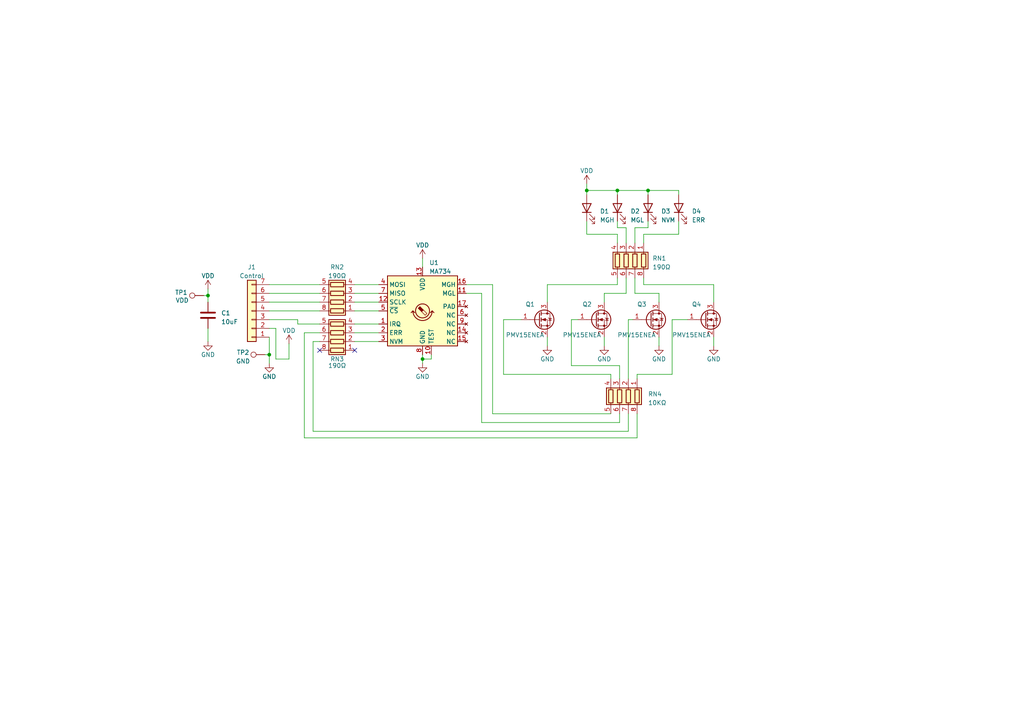
<source format=kicad_sch>
(kicad_sch (version 20230121) (generator eeschema)
  (paper "A4")
  (lib_symbols
    (symbol "Connector:TestPoint" (pin_numbers hide) (pin_names (offset 0.762) hide)
      (property "Reference" "TP" (at 0 6.858 0))
      (property "Value" "TestPoint" (at 0 5.08 0))
      (symbol "TestPoint_0_1"
        (circle (center 0 3.302) (radius 0.762))
      )
      (symbol "TestPoint_1_1"
        (pin passive line (at 0 0 90) (length 2.54) (name "1") (number "1"))
      )
    )
    (symbol "Connector_Generic:Conn_01x07" (pin_names (offset 1.016) hide)
      (property "Reference" "J" (at 0 10.16 0))
      (property "Value" "Conn_01x07" (at 0 -10.16 0))
      (symbol "Conn_01x07_1_1"
        (rectangle (start -1.27 -7.493) (end 0 -7.747) (stroke (width 0.1524)))
        (rectangle (start -1.27 -4.953) (end 0 -5.207) (stroke (width 0.1524)))
        (rectangle (start -1.27 -2.413) (end 0 -2.667) (stroke (width 0.1524)))
        (rectangle (start -1.27 0.127) (end 0 -0.127) (stroke (width 0.1524)))
        (rectangle (start -1.27 2.667) (end 0 2.413) (stroke (width 0.1524)))
        (rectangle (start -1.27 5.207) (end 0 4.953) (stroke (width 0.1524)))
        (rectangle (start -1.27 7.747) (end 0 7.493) (stroke (width 0.1524)))
        (rectangle (start -1.27 8.89) (end 1.27 -8.89) (stroke (width 0.254)) (fill (type background)))
        (pin passive line (at -5.08 7.62 0) (length 3.81) (name "Pin_1") (number "1"))
        (pin passive line (at -5.08 5.08 0) (length 3.81) (name "Pin_2") (number "2"))
        (pin passive line (at -5.08 2.54 0) (length 3.81) (name "Pin_3") (number "3"))
        (pin passive line (at -5.08 0 0) (length 3.81) (name "Pin_4") (number "4"))
        (pin passive line (at -5.08 -2.54 0) (length 3.81) (name "Pin_5") (number "5"))
        (pin passive line (at -5.08 -5.08 0) (length 3.81) (name "Pin_6") (number "6"))
        (pin passive line (at -5.08 -7.62 0) (length 3.81) (name "Pin_7") (number "7"))
      )
    )
    (symbol "Device:C" (pin_numbers hide) (pin_names (offset 0.254))
      (property "Reference" "C" (at 0.635 2.54 0))
      (property "Value" "C" (at 0.635 -2.54 0))
      (symbol "C_0_1"
        (polyline (pts (xy -2.032 -0.762) (xy 2.032 -0.762)) (stroke (width 0.508)))
        (polyline (pts (xy -2.032 0.762) (xy 2.032 0.762)) (stroke (width 0.508)))
      )
      (symbol "C_1_1"
        (pin passive line (at 0 3.81 270) (length 2.794) (name "~") (number "1"))
        (pin passive line (at 0 -3.81 90) (length 2.794) (name "~") (number "2"))
      )
    )
    (symbol "Device:LED" (pin_numbers hide) (pin_names (offset 1.016) hide)
      (property "Reference" "D" (at 0 2.54 0))
      (property "Value" "LED" (at 0 -2.54 0))
      (symbol "LED_0_1"
        (polyline (pts (xy -1.27 -1.27) (xy -1.27 1.27)) (stroke (width 0.254)))
        (polyline (pts (xy -1.27 0) (xy 1.27 0)))
        (polyline (pts (xy 1.27 -1.27) (xy 1.27 1.27) (xy -1.27 0) (xy 1.27 -1.27)) (stroke (width 0.254)))
        (polyline (pts (xy -3.048 -0.762) (xy -4.572 -2.286) (xy -3.81 -2.286) (xy -4.572 -2.286) (xy -4.572 -1.524)))
        (polyline (pts (xy -1.778 -0.762) (xy -3.302 -2.286) (xy -2.54 -2.286) (xy -3.302 -2.286) (xy -3.302 -1.524)))
      )
      (symbol "LED_1_1"
        (pin passive line (at -3.81 0 0) (length 2.54) (name "K") (number "1"))
        (pin passive line (at 3.81 0 180) (length 2.54) (name "A") (number "2"))
      )
    )
    (symbol "Device:Q_NMOS_GSD" (pin_names (offset 0) hide)
      (property "Reference" "Q" (at 5.08 1.27 0))
      (property "Value" "Q_NMOS_GSD" (at 5.08 -1.27 0))
      (symbol "Q_NMOS_GSD_0_1"
        (polyline (pts (xy 0.254 0) (xy -2.54 0)))
        (polyline (pts (xy 0.254 1.905) (xy 0.254 -1.905)) (stroke (width 0.254)))
        (polyline (pts (xy 0.762 -1.27) (xy 0.762 -2.286)) (stroke (width 0.254)))
        (polyline (pts (xy 0.762 0.508) (xy 0.762 -0.508)) (stroke (width 0.254)))
        (polyline (pts (xy 0.762 2.286) (xy 0.762 1.27)) (stroke (width 0.254)))
        (polyline (pts (xy 2.54 2.54) (xy 2.54 1.778)))
        (polyline (pts (xy 2.54 -2.54) (xy 2.54 0) (xy 0.762 0)))
        (polyline (pts (xy 0.762 -1.778) (xy 3.302 -1.778) (xy 3.302 1.778) (xy 0.762 1.778)))
        (polyline (pts (xy 1.016 0) (xy 2.032 0.381) (xy 2.032 -0.381) (xy 1.016 0)) (fill (type outline)))
        (polyline (pts (xy 2.794 0.508) (xy 2.921 0.381) (xy 3.683 0.381) (xy 3.81 0.254)))
        (polyline (pts (xy 3.302 0.381) (xy 2.921 -0.254) (xy 3.683 -0.254) (xy 3.302 0.381)))
        (circle (center 1.651 0) (radius 2.794) (stroke (width 0.254)))
        (circle (center 2.54 -1.778) (radius 0.254) (fill (type outline)))
        (circle (center 2.54 1.778) (radius 0.254) (fill (type outline)))
      )
      (symbol "Q_NMOS_GSD_1_1"
        (pin input line (at -5.08 0 0) (length 2.54) (name "G") (number "1"))
        (pin passive line (at 2.54 -5.08 90) (length 2.54) (name "S") (number "2"))
        (pin passive line (at 2.54 5.08 270) (length 2.54) (name "D") (number "3"))
      )
    )
    (symbol "Device:R_Pack04" (pin_names (offset 0) hide)
      (property "Reference" "RN" (at -7.62 0 90))
      (property "Value" "R_Pack04" (at 5.08 0 90))
      (symbol "R_Pack04_0_1"
        (rectangle (start -6.35 -2.413) (end 3.81 2.413) (stroke (width 0.254)) (fill (type background)))
        (rectangle (start -5.715 1.905) (end -4.445 -1.905) (stroke (width 0.254)))
        (rectangle (start -3.175 1.905) (end -1.905 -1.905) (stroke (width 0.254)))
        (rectangle (start -0.635 1.905) (end 0.635 -1.905) (stroke (width 0.254)))
        (polyline (pts (xy -5.08 -2.54) (xy -5.08 -1.905)))
        (polyline (pts (xy -5.08 1.905) (xy -5.08 2.54)))
        (polyline (pts (xy -2.54 -2.54) (xy -2.54 -1.905)))
        (polyline (pts (xy -2.54 1.905) (xy -2.54 2.54)))
        (polyline (pts (xy 0 -2.54) (xy 0 -1.905)))
        (polyline (pts (xy 0 1.905) (xy 0 2.54)))
        (polyline (pts (xy 2.54 -2.54) (xy 2.54 -1.905)))
        (polyline (pts (xy 2.54 1.905) (xy 2.54 2.54)))
        (rectangle (start 1.905 1.905) (end 3.175 -1.905) (stroke (width 0.254)))
      )
      (symbol "R_Pack04_1_1"
        (pin passive line (at -5.08 -5.08 90) (length 2.54) (name "R1.1") (number "1"))
        (pin passive line (at -2.54 -5.08 90) (length 2.54) (name "R2.1") (number "2"))
        (pin passive line (at 0 -5.08 90) (length 2.54) (name "R3.1") (number "3"))
        (pin passive line (at 2.54 -5.08 90) (length 2.54) (name "R4.1") (number "4"))
        (pin passive line (at 2.54 5.08 270) (length 2.54) (name "R4.2") (number "5"))
        (pin passive line (at 0 5.08 270) (length 2.54) (name "R3.2") (number "6"))
        (pin passive line (at -2.54 5.08 270) (length 2.54) (name "R2.2") (number "7"))
        (pin passive line (at -5.08 5.08 270) (length 2.54) (name "R1.2") (number "8"))
      )
    )
    (symbol "ma734:MA734"
      (property "Reference" "U" (at -10.16 11.43 0))
      (property "Value" "MA734" (at 10.16 11.43 0))
      (symbol "MA734_0_1"
        (rectangle (start -10.16 10.16) (end 10.16 -10.16) (stroke (width 0.254)) (fill (type background)))
        (arc (start -2.794 0) (mid 0 -2.7819) (end 2.794 0) (stroke (width 0.254)))
        (polyline (pts (xy -2.794 0) (xy -3.302 -0.508)) (stroke (width 0.254)))
        (polyline (pts (xy -2.794 0) (xy -2.286 -0.508)) (stroke (width 0.254)))
        (polyline (pts (xy 2.794 0) (xy 2.286 -0.508)) (stroke (width 0.254)))
        (polyline (pts (xy 2.794 0) (xy 3.302 -0.508)) (stroke (width 0.254)))
      )
      (symbol "MA734_1_1"
        (polyline (pts (xy 0.254 0.254) (xy 1.27 -0.762) (xy 0.762 -1.27) (xy -0.254 -0.254)))
        (polyline (pts (xy -0.762 1.27) (xy 0.254 0.254) (xy -0.254 -0.254) (xy -1.27 0.762) (xy -1.016 1.016) (xy -0.762 1.27) (xy -0.635 1.143)) (fill (type outline)))
        (circle (center 0 0) (radius 2.032) (stroke (width 0.254)))
        (pin output line (at -12.7 -3.81 0) (length 2.54) (name "IRQ") (number "1"))
        (pin passive line (at 2.54 -12.7 90) (length 2.54) (name "TEST") (number "10"))
        (pin output line (at 12.7 5.08 180) (length 2.54) (name "MGL") (number "11"))
        (pin input line (at -12.7 2.54 0) (length 2.54) (name "SCLK") (number "12"))
        (pin power_in line (at 0 12.7 270) (length 2.54) (name "VDD") (number "13"))
        (pin no_connect line (at 12.7 -6.35 180) (length 2.54) (name "NC") (number "14"))
        (pin no_connect line (at 12.7 -8.89 180) (length 2.54) (name "NC") (number "15"))
        (pin output line (at 12.7 7.62 180) (length 2.54) (name "MGH") (number "16"))
        (pin no_connect line (at 12.7 1.27 180) (length 2.54) (name "PAD") (number "17"))
        (pin output line (at -12.7 -6.35 0) (length 2.54) (name "ERR") (number "2"))
        (pin output line (at -12.7 -8.89 0) (length 2.54) (name "NVM") (number "3"))
        (pin input line (at -12.7 7.62 0) (length 2.54) (name "MOSI") (number "4"))
        (pin input line (at -12.7 0 0) (length 2.54) (name "~{CS}") (number "5"))
        (pin no_connect line (at 12.7 -1.27 180) (length 2.54) (name "NC") (number "6"))
        (pin output line (at -12.7 5.08 0) (length 2.54) (name "MISO") (number "7"))
        (pin power_in line (at 0 -12.7 90) (length 2.54) (name "GND") (number "8"))
        (pin no_connect line (at 12.7 -3.81 180) (length 2.54) (name "NC") (number "9"))
      )
    )
    (symbol "power:GND" (power) (pin_names (offset 0))
      (property "Value" "GND" (at 0 -3.81 0))
      (symbol "GND_0_1"
        (polyline (pts (xy 0 0) (xy 0 -1.27) (xy 1.27 -1.27) (xy 0 -2.54) (xy -1.27 -1.27) (xy 0 -1.27)))
      )
      (symbol "GND_1_1"
        (pin power_in line (at 0 0 270) (length 0) hide (name "GND") (number "1"))
      )
    )
    (symbol "power:VDD" (power) (pin_names (offset 0))
      (property "Value" "VDD" (at 0 3.81 0))
      (symbol "VDD_0_1"
        (polyline (pts (xy -0.762 1.27) (xy 0 2.54)))
        (polyline (pts (xy 0 0) (xy 0 2.54)))
        (polyline (pts (xy 0 2.54) (xy 0.762 1.27)))
      )
      (symbol "VDD_1_1"
        (pin power_in line (at 0 0 90) (length 0) hide (name "VDD") (number "1"))
      )
    )
  )
  (junction (at 60.325 85.725))
  (junction (at 78.105 102.87))
  (junction (at 122.555 104.14))
  (junction (at 170.18 55.245))
  (junction (at 179.07 55.245))
  (junction (at 187.96 55.245))
  (no_connect (at 102.87 101.6))
  (no_connect (at 92.71 101.6))
  (wire (pts (xy 187.96 55.245) (xy 187.96 56.515)))
  (wire (pts (xy 78.105 102.87) (xy 78.105 105.41)))
  (wire (pts (xy 182.245 92.71) (xy 182.245 109.855)))
  (wire (pts (xy 184.15 85.09) (xy 184.15 80.645)))
  (wire (pts (xy 186.69 67.945) (xy 196.85 67.945)))
  (wire (pts (xy 186.69 82.55) (xy 207.01 82.55)))
  (wire (pts (xy 90.805 125.095) (xy 182.245 125.095)))
  (wire (pts (xy 179.07 55.245) (xy 170.18 55.245)))
  (wire (pts (xy 191.135 87.63) (xy 191.135 85.09)))
  (wire (pts (xy 179.07 67.945) (xy 179.07 70.485)))
  (wire (pts (xy 184.15 70.485) (xy 184.15 66.04)))
  (wire (pts (xy 125.095 104.14) (xy 122.555 104.14)))
  (wire (pts (xy 86.36 93.98) (xy 86.36 92.71)))
  (wire (pts (xy 191.135 97.79) (xy 191.135 100.33)))
  (wire (pts (xy 83.82 104.14) (xy 83.82 99.695)))
  (wire (pts (xy 146.05 108.585) (xy 177.165 108.585)))
  (wire (pts (xy 191.135 85.09) (xy 184.15 85.09)))
  (wire (pts (xy 151.13 92.71) (xy 146.05 92.71)))
  (wire (pts (xy 194.945 92.71) (xy 199.39 92.71)))
  (wire (pts (xy 88.265 127) (xy 184.785 127)))
  (wire (pts (xy 135.255 82.55) (xy 142.875 82.55)))
  (wire (pts (xy 179.705 106.045) (xy 165.735 106.045)))
  (wire (pts (xy 92.71 93.98) (xy 86.36 93.98)))
  (wire (pts (xy 102.87 96.52) (xy 109.855 96.52)))
  (wire (pts (xy 78.105 87.63) (xy 92.71 87.63)))
  (wire (pts (xy 60.325 85.725) (xy 60.325 87.63)))
  (wire (pts (xy 181.61 66.04) (xy 179.07 66.04)))
  (wire (pts (xy 78.105 90.17) (xy 92.71 90.17)))
  (wire (pts (xy 186.69 70.485) (xy 186.69 67.945)))
  (wire (pts (xy 102.87 90.17) (xy 109.855 90.17)))
  (wire (pts (xy 187.96 55.245) (xy 179.07 55.245)))
  (wire (pts (xy 179.07 82.55) (xy 179.07 80.645)))
  (wire (pts (xy 170.18 67.945) (xy 179.07 67.945)))
  (wire (pts (xy 142.875 120.015) (xy 177.165 120.015)))
  (wire (pts (xy 80.01 95.25) (xy 78.105 95.25)))
  (wire (pts (xy 78.105 85.09) (xy 92.71 85.09)))
  (wire (pts (xy 187.96 66.04) (xy 187.96 64.135)))
  (wire (pts (xy 76.835 102.87) (xy 78.105 102.87)))
  (wire (pts (xy 207.01 82.55) (xy 207.01 87.63)))
  (wire (pts (xy 102.87 99.06) (xy 109.855 99.06)))
  (wire (pts (xy 88.265 96.52) (xy 88.265 127)))
  (wire (pts (xy 196.85 55.245) (xy 196.85 56.515)))
  (wire (pts (xy 142.875 82.55) (xy 142.875 120.015)))
  (wire (pts (xy 179.07 55.245) (xy 179.07 56.515)))
  (wire (pts (xy 184.785 108.585) (xy 184.785 109.855)))
  (wire (pts (xy 181.61 85.09) (xy 175.26 85.09)))
  (wire (pts (xy 182.245 120.015) (xy 182.245 125.095)))
  (wire (pts (xy 165.735 92.71) (xy 167.64 92.71)))
  (wire (pts (xy 207.01 97.79) (xy 207.01 100.33)))
  (wire (pts (xy 90.805 99.06) (xy 90.805 125.095)))
  (wire (pts (xy 135.255 85.09) (xy 139.7 85.09)))
  (wire (pts (xy 122.555 74.93) (xy 122.555 77.47)))
  (wire (pts (xy 102.87 93.98) (xy 109.855 93.98)))
  (wire (pts (xy 125.095 102.87) (xy 125.095 104.14)))
  (wire (pts (xy 59.055 85.725) (xy 60.325 85.725)))
  (wire (pts (xy 184.785 127) (xy 184.785 120.015)))
  (wire (pts (xy 179.07 66.04) (xy 179.07 64.135)))
  (wire (pts (xy 181.61 80.645) (xy 181.61 85.09)))
  (wire (pts (xy 83.82 104.14) (xy 80.01 104.14)))
  (wire (pts (xy 181.61 70.485) (xy 181.61 66.04)))
  (wire (pts (xy 175.26 85.09) (xy 175.26 87.63)))
  (wire (pts (xy 170.18 64.135) (xy 170.18 67.945)))
  (wire (pts (xy 139.7 122.555) (xy 179.705 122.555)))
  (wire (pts (xy 170.18 53.34) (xy 170.18 55.245)))
  (wire (pts (xy 184.15 66.04) (xy 187.96 66.04)))
  (wire (pts (xy 146.05 92.71) (xy 146.05 108.585)))
  (wire (pts (xy 139.7 85.09) (xy 139.7 122.555)))
  (wire (pts (xy 182.245 92.71) (xy 183.515 92.71)))
  (wire (pts (xy 60.325 99.06) (xy 60.325 95.25)))
  (wire (pts (xy 177.165 108.585) (xy 177.165 109.855)))
  (wire (pts (xy 60.325 83.82) (xy 60.325 85.725)))
  (wire (pts (xy 175.26 97.79) (xy 175.26 100.33)))
  (wire (pts (xy 78.105 82.55) (xy 92.71 82.55)))
  (wire (pts (xy 158.75 87.63) (xy 158.75 82.55)))
  (wire (pts (xy 194.945 108.585) (xy 194.945 92.71)))
  (wire (pts (xy 122.555 104.14) (xy 122.555 102.87)))
  (wire (pts (xy 158.75 82.55) (xy 179.07 82.55)))
  (wire (pts (xy 102.87 85.09) (xy 109.855 85.09)))
  (wire (pts (xy 196.85 67.945) (xy 196.85 64.135)))
  (wire (pts (xy 102.87 82.55) (xy 109.855 82.55)))
  (wire (pts (xy 165.735 106.045) (xy 165.735 92.71)))
  (wire (pts (xy 158.75 97.79) (xy 158.75 100.33)))
  (wire (pts (xy 90.805 99.06) (xy 92.71 99.06)))
  (wire (pts (xy 86.36 92.71) (xy 78.105 92.71)))
  (wire (pts (xy 196.85 55.245) (xy 187.96 55.245)))
  (wire (pts (xy 80.01 95.25) (xy 80.01 104.14)))
  (wire (pts (xy 78.105 97.79) (xy 78.105 102.87)))
  (wire (pts (xy 184.785 108.585) (xy 194.945 108.585)))
  (wire (pts (xy 88.265 96.52) (xy 92.71 96.52)))
  (wire (pts (xy 170.18 55.245) (xy 170.18 56.515)))
  (wire (pts (xy 186.69 80.645) (xy 186.69 82.55)))
  (wire (pts (xy 179.705 109.855) (xy 179.705 106.045)))
  (wire (pts (xy 102.87 87.63) (xy 109.855 87.63)))
  (wire (pts (xy 179.705 122.555) (xy 179.705 120.015)))
  (wire (pts (xy 122.555 104.14) (xy 122.555 105.41)))
  (symbol (lib_id "power:GND") (at 191.135 100.33 0) (unit 1)
    (property "Reference" "#PWR08" (effects hide))
    (property "Value" "GND" (at 191.135 104.14 0))
  )
  (symbol (lib_id "Device:R_Pack04") (at 97.79 85.09 90) (unit 1)
    (property "Reference" "RN2" (at 97.79 77.47 90))
    (property "Value" "190Ω" (at 97.79 80.01 90))
    (property "Footprint" "Resistor_SMD:R_Array_Convex_4x0603" (effects hide))
  )
  (symbol (lib_id "power:GND") (at 158.75 100.33 0) (unit 1)
    (property "Reference" "#PWR06" (effects hide))
    (property "Value" "GND" (at 158.75 104.14 0))
  )
  (symbol (lib_id "power:VDD") (at 60.325 83.82 0) (unit 1)
    (property "Reference" "#PWR03" (effects hide))
    (property "Value" "VDD" (at 60.325 80.01 0))
  )
  (symbol (lib_id "power:GND") (at 175.26 100.33 0) (unit 1)
    (property "Reference" "#PWR07" (effects hide))
    (property "Value" "GND" (at 175.26 104.14 0))
  )
  (symbol (lib_id "power:VDD") (at 170.18 53.34 0) (unit 1)
    (property "Reference" "#PWR01" (effects hide))
    (property "Value" "VDD" (at 170.18 49.53 0))
  )
  (symbol (lib_id "power:GND") (at 78.105 105.41 0) (unit 1)
    (property "Reference" "#PWR010" (effects hide))
    (property "Value" "GND" (at 78.105 109.22 0))
  )
  (symbol (lib_id "Device:LED") (at 196.85 60.325 90) (unit 1)
    (property "Reference" "D4" (at 200.66 61.2775 90) (effects (justify right)))
    (property "Value" "ERR" (at 200.66 63.8175 90) (effects (justify right)))
    (property "Footprint" "LED_SMD:LED_0603_1608Metric" (effects hide))
  )
  (symbol (lib_id "Device:R_Pack04") (at 179.705 114.935 180) (unit 1)
    (property "Reference" "RN4" (at 187.96 114.3 0) (effects (justify right)))
    (property "Value" "10KΩ" (at 187.96 116.84 0) (effects (justify right)))
    (property "Footprint" "Resistor_SMD:R_Array_Convex_4x0603" (effects hide))
  )
  (symbol (lib_id "power:GND") (at 122.555 105.41 0) (unit 1)
    (property "Reference" "#PWR011" (effects hide))
    (property "Value" "GND" (at 122.555 109.22 0))
  )
  (symbol (lib_id "power:GND") (at 60.325 99.06 0) (unit 1)
    (property "Reference" "#PWR04" (effects hide))
    (property "Value" "GND" (at 60.325 102.87 0))
  )
  (symbol (lib_id "Device:LED") (at 179.07 60.325 90) (unit 1)
    (property "Reference" "D2" (at 182.88 61.2775 90) (effects (justify right)))
    (property "Value" "MGL" (at 182.88 63.8175 90) (effects (justify right)))
    (property "Footprint" "LED_SMD:LED_0603_1608Metric" (effects hide))
  )
  (symbol (lib_id "Device:Q_NMOS_GSD") (at 188.595 92.71 0) (unit 1)
    (property "Reference" "Q3" (at 184.785 88.265 0) (effects (justify left)))
    (property "Value" "PMV15ENEA" (at 179.07 97.155 0) (effects (justify left)))
    (property "Footprint" "Package_TO_SOT_SMD:SOT-23" (effects hide))
    (property "Datasheet" "https://www.mouser.com/datasheet/2/916/PMV15ENEA-2938817.pdf" (effects hide))
  )
  (symbol (lib_id "Device:LED") (at 170.18 60.325 90) (unit 1)
    (property "Reference" "D1" (at 173.99 61.2775 90) (effects (justify right)))
    (property "Value" "MGH" (at 173.99 63.8175 90) (effects (justify right)))
    (property "Footprint" "LED_SMD:LED_0603_1608Metric" (effects hide))
  )
  (symbol (lib_id "Device:R_Pack04") (at 181.61 75.565 180) (unit 1)
    (property "Reference" "RN1" (at 189.23 74.93 0) (effects (justify right)))
    (property "Value" "190Ω" (at 189.23 77.47 0) (effects (justify right)))
    (property "Footprint" "Resistor_SMD:R_Array_Convex_4x0603" (effects hide))
  )
  (symbol (lib_id "Device:Q_NMOS_GSD") (at 156.21 92.71 0) (unit 1)
    (property "Reference" "Q1" (at 152.4 88.265 0) (effects (justify left)))
    (property "Value" "PMV15ENEA" (at 146.685 97.155 0) (effects (justify left)))
    (property "Footprint" "Package_TO_SOT_SMD:SOT-23" (effects hide))
    (property "Datasheet" "https://www.mouser.com/datasheet/2/916/PMV15ENEA-2938817.pdf" (effects hide))
  )
  (symbol (lib_id "Connector_Generic:Conn_01x07") (at 73.025 90.17 180) (unit 1)
    (property "Reference" "J1" (at 73.025 77.47 0))
    (property "Value" "Control" (at 73.025 80.01 0))
    (property "Footprint" "Connector_JST:JST_SH_SM07B-SRSS-TB_1x07-1MP_P1.00mm_Horizontal" (effects hide))
  )
  (symbol (lib_id "ma734:MA734") (at 122.555 90.17 0) (unit 1)
    (property "Reference" "U1" (at 124.5109 76.2 0) (effects (justify left)))
    (property "Value" "MA734" (at 124.5109 78.74 0) (effects (justify left)))
    (property "Footprint" "Package_DFN_QFN:QFN-16-1EP_3x3mm_P0.5mm_EP1.75x1.75mm" (effects hide))
    (property "Datasheet" "https://www.mouser.com/datasheet/2/277/MA734GQ_Z-2492299.pdf" (effects hide))
  )
  (symbol (lib_id "power:VDD") (at 83.82 99.695 0) (unit 1)
    (property "Reference" "#PWR05" (effects hide))
    (property "Value" "VDD" (at 83.82 95.885 0))
  )
  (symbol (lib_id "power:GND") (at 207.01 100.33 0) (unit 1)
    (property "Reference" "#PWR09" (effects hide))
    (property "Value" "GND" (at 207.01 104.14 0))
  )
  (symbol (lib_id "Connector:TestPoint") (at 76.835 102.87 90) (unit 1)
    (property "Reference" "TP2" (at 70.485 102.235 90))
    (property "Value" "GND" (at 70.485 104.775 90))
    (property "Footprint" "TestPoint:TestPoint_Pad_2.0x2.0mm" (effects hide))
  )
  (symbol (lib_id "Device:Q_NMOS_GSD") (at 172.72 92.71 0) (unit 1)
    (property "Reference" "Q2" (at 168.91 88.265 0) (effects (justify left)))
    (property "Value" "PMV15ENEA" (at 163.195 97.155 0) (effects (justify left)))
    (property "Footprint" "Package_TO_SOT_SMD:SOT-23" (effects hide))
    (property "Datasheet" "https://www.mouser.com/datasheet/2/916/PMV15ENEA-2938817.pdf" (effects hide))
  )
  (symbol (lib_id "Device:C") (at 60.325 91.44 0) (unit 1)
    (property "Reference" "C1" (at 64.135 90.805 0) (effects (justify left)))
    (property "Value" "10uF" (at 64.135 93.345 0) (effects (justify left)))
    (property "Footprint" "Capacitor_SMD:C_0603_1608Metric" (effects hide))
  )
  (symbol (lib_id "power:VDD") (at 122.555 74.93 0) (unit 1)
    (property "Reference" "#PWR02" (effects hide))
    (property "Value" "VDD" (at 122.555 71.12 0))
  )
  (symbol (lib_id "Device:Q_NMOS_GSD") (at 204.47 92.71 0) (unit 1)
    (property "Reference" "Q4" (at 200.66 88.265 0) (effects (justify left)))
    (property "Value" "PMV15ENEA" (at 194.945 97.155 0) (effects (justify left)))
    (property "Footprint" "Package_TO_SOT_SMD:SOT-23" (effects hide))
    (property "Datasheet" "https://www.mouser.com/datasheet/2/916/PMV15ENEA-2938817.pdf" (effects hide))
  )
  (symbol (lib_id "Device:R_Pack04") (at 97.79 96.52 90) (unit 1)
    (property "Reference" "RN3" (at 97.79 104.14 90))
    (property "Value" "190Ω" (at 97.79 106.045 90))
    (property "Footprint" "Resistor_SMD:R_Array_Convex_4x0603" (effects hide))
  )
  (symbol (lib_id "Device:LED") (at 187.96 60.325 90) (unit 1)
    (property "Reference" "D3" (at 191.77 61.2775 90) (effects (justify right)))
    (property "Value" "NVM" (at 191.77 63.8175 90) (effects (justify right)))
    (property "Footprint" "LED_SMD:LED_0603_1608Metric" (effects hide))
  )
  (symbol (lib_id "Connector:TestPoint") (at 59.055 85.725 90) (unit 1)
    (property "Reference" "TP1" (at 52.578 84.836 90))
    (property "Value" "VDD" (at 52.832 87.122 90))
    (property "Footprint" "TestPoint:TestPoint_Pad_D2.0mm" (effects hide))
  )
)
</source>
